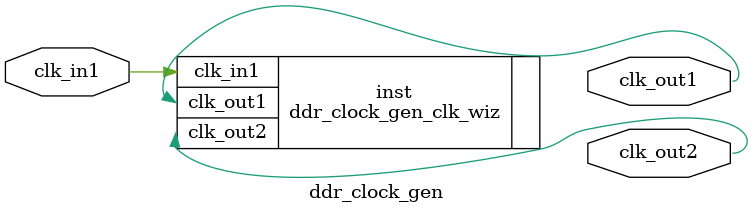
<source format=v>


`timescale 1ps/1ps

(* CORE_GENERATION_INFO = "ddr_clock_gen,clk_wiz_v5_3_1,{component_name=ddr_clock_gen,use_phase_alignment=true,use_min_o_jitter=false,use_max_i_jitter=false,use_dyn_phase_shift=false,use_inclk_switchover=false,use_dyn_reconfig=false,enable_axi=0,feedback_source=FDBK_AUTO,PRIMITIVE=MMCM,num_out_clk=2,clkin1_period=10.0,clkin2_period=10.0,use_power_down=false,use_reset=false,use_locked=false,use_inclk_stopped=false,feedback_type=SINGLE,CLOCK_MGR_TYPE=NA,manual_override=false}" *)

module ddr_clock_gen 
 (
 // Clock in ports
  input         clk_in1,
  // Clock out ports
  output        clk_out1,
  output        clk_out2
 );

  ddr_clock_gen_clk_wiz inst
  (
 // Clock in ports
  .clk_in1(clk_in1),
  // Clock out ports  
  .clk_out1(clk_out1),
  .clk_out2(clk_out2)              
  );

endmodule

</source>
